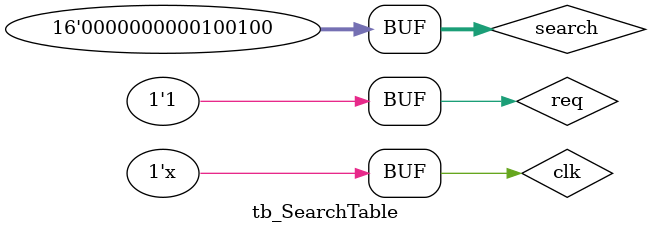
<source format=v>
`timescale 1ns/1ps
module tb_SearchTable();
    reg           reset;
    reg            req;
    reg [15:0]    search;
    reg            opReq;
    reg [1:0]     opCode;
    reg [15:0]    opSearch;
    reg [15:0]    opResult;
    reg            clk;
    wire           opRdy;
    wire           rdy;
    wire           found;
    wire           done;
    wire [15:0]    result;
    wire           opErr;
    wire [10:0]    numEntries;

    initial begin
        //opSearch = 48'h96;
        //opReq = 1'b1;
        //opResult = 16'd68;
        clk = 0;
        search = 16'h28;
        //opCode = 2'b00;
        req = 1;
    end


    always #10 clk = ~clk;
    always begin
        
        //#70; opSearch = 48'h84; opResult = 16'd1;
        //#70; opSearch = 48'h97; opResult = 16'd2;
        //#70; opSearch = 48'h57; opResult = 16'd3;
        //#70; opSearch = 48'h1; opResult = 16'd4;
        //#40; opCode = 2'b01; opSearch = 48'h57;
        //#40; opCode = 2'b10; opResult = 16'h89; opSearch = 48'h1;
        #100; search = 16'h23; req =1;
        #100; search = 16'h84;
        
        #100; search = 16'h14;
        #100; search = 16'h27;
        #200; search = 16'h24;
        //#40; opReq = 1; req = 0; opCode = 2'b11; 

    end

    SearchTable uut(
        reset,
        req,
        search,
        opReq,
        opCode,
        opSearch,
        opResult,
        clk,
        opRdy,
        rdy,
        found,
        done,
        result,
        opErr,
        numEntries
    );
endmodule
</source>
